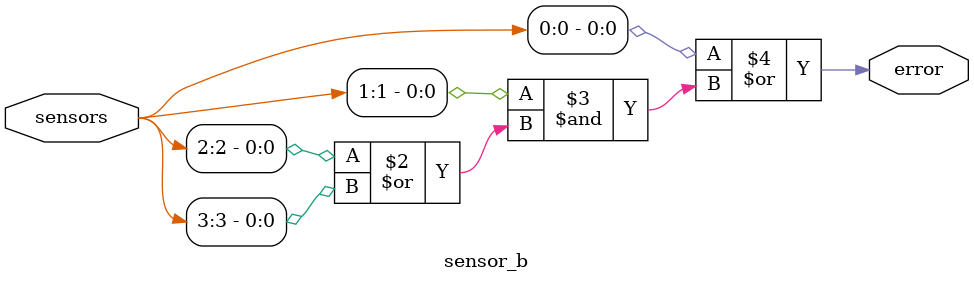
<source format=sv>
module sensor_b(
    input wire [3:0] sensors,
    output reg error
);

    always @ (*) begin
        error = sensors[0] | (sensors[1] & (sensors[2] | sensors[3]));
    end

endmodule
</source>
